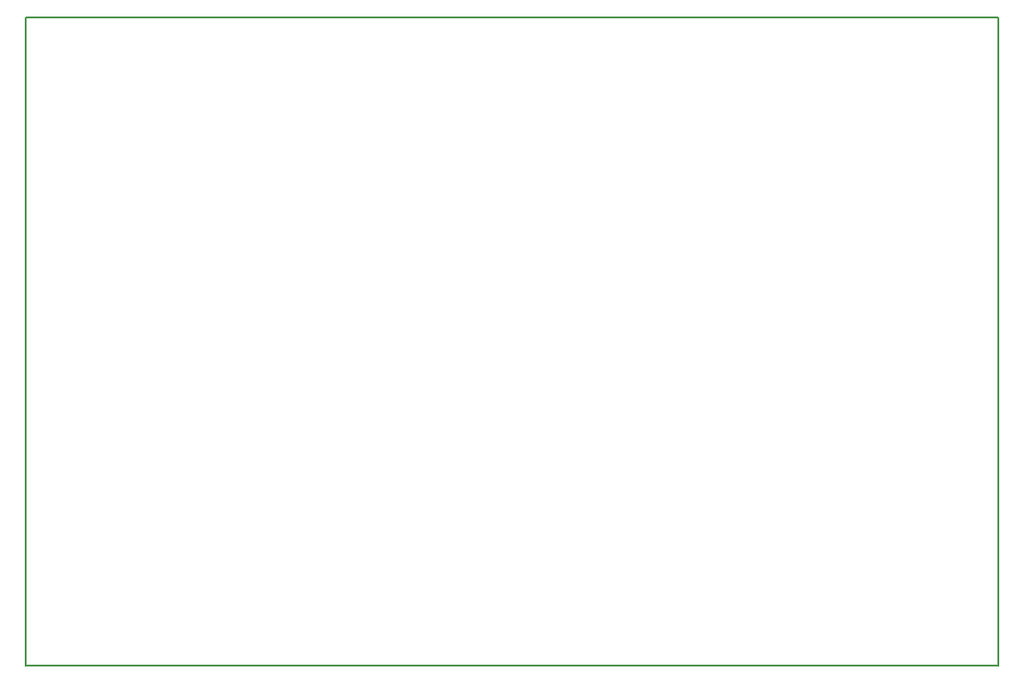
<source format=gbo>
G04 MADE WITH FRITZING*
G04 WWW.FRITZING.ORG*
G04 DOUBLE SIDED*
G04 HOLES PLATED*
G04 CONTOUR ON CENTER OF CONTOUR VECTOR*
%ASAXBY*%
%FSLAX23Y23*%
%MOIN*%
%OFA0B0*%
%SFA1.0B1.0*%
%ADD10R,3.543310X2.365120X3.527310X2.349120*%
%ADD11C,0.008000*%
%LNSILK0*%
G90*
G70*
G54D11*
X4Y2361D02*
X3539Y2361D01*
X3539Y4D01*
X4Y4D01*
X4Y2361D01*
D02*
G04 End of Silk0*
M02*
</source>
